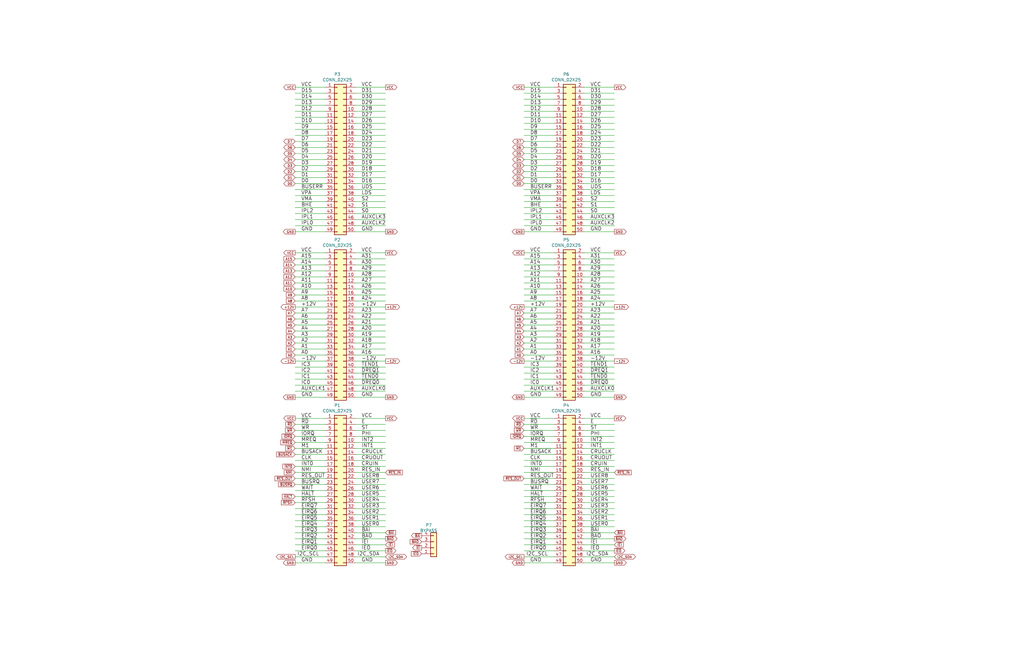
<source format=kicad_sch>
(kicad_sch (version 20211123) (generator eeschema)
  (paper "B")
  (wire (pts (xy 220.98 119.38) (xy 233.68 119.38)))
  (wire (pts (xy 149.86 222.25) (xy 162.56 222.25)))
  (wire (pts (xy 246.38 139.7) (xy 259.08 139.7)))
  (wire (pts (xy 246.38 165.1) (xy 259.08 165.1)))
  (wire (pts (xy 246.38 147.32) (xy 259.08 147.32)))
  (wire (pts (xy 246.38 144.78) (xy 259.08 144.78)))
  (wire (pts (xy 124.46 222.25) (xy 137.16 222.25)))
  (wire (pts (xy 149.86 74.93) (xy 162.56 74.93)))
  (wire (pts (xy 246.38 109.22) (xy 259.08 109.22)))
  (wire (pts (xy 220.98 64.77) (xy 233.68 64.77)))
  (wire (pts (xy 220.98 204.47) (xy 233.68 204.47)))
  (wire (pts (xy 124.46 52.07) (xy 137.16 52.07)))
  (wire (pts (xy 124.46 207.01) (xy 137.16 207.01)))
  (wire (pts (xy 220.98 132.08) (xy 233.68 132.08)))
  (wire (pts (xy 246.38 149.86) (xy 259.08 149.86)))
  (wire (pts (xy 220.98 209.55) (xy 233.68 209.55)))
  (wire (pts (xy 246.38 217.17) (xy 259.08 217.17)))
  (wire (pts (xy 149.86 204.47) (xy 162.56 204.47)))
  (wire (pts (xy 246.38 82.55) (xy 259.08 82.55)))
  (wire (pts (xy 124.46 134.62) (xy 137.16 134.62)))
  (wire (pts (xy 124.46 46.99) (xy 137.16 46.99)))
  (wire (pts (xy 149.86 95.25) (xy 162.56 95.25)))
  (wire (pts (xy 162.56 191.77) (xy 149.86 191.77)))
  (wire (pts (xy 246.38 90.17) (xy 259.08 90.17)))
  (wire (pts (xy 220.98 219.71) (xy 233.68 219.71)))
  (wire (pts (xy 259.08 179.07) (xy 246.38 179.07)))
  (wire (pts (xy 246.38 67.31) (xy 259.08 67.31)))
  (wire (pts (xy 149.86 199.39) (xy 162.56 199.39)))
  (wire (pts (xy 220.98 201.93) (xy 233.68 201.93)))
  (wire (pts (xy 220.98 189.23) (xy 233.68 189.23)))
  (wire (pts (xy 149.86 207.01) (xy 162.56 207.01)))
  (wire (pts (xy 149.86 54.61) (xy 162.56 54.61)))
  (wire (pts (xy 246.38 132.08) (xy 259.08 132.08)))
  (wire (pts (xy 220.98 149.86) (xy 233.68 149.86)))
  (wire (pts (xy 124.46 237.49) (xy 137.16 237.49)))
  (wire (pts (xy 220.98 199.39) (xy 233.68 199.39)))
  (wire (pts (xy 246.38 116.84) (xy 259.08 116.84)))
  (wire (pts (xy 220.98 36.83) (xy 233.68 36.83)))
  (wire (pts (xy 246.38 152.4) (xy 259.08 152.4)))
  (wire (pts (xy 149.86 97.79) (xy 162.56 97.79)))
  (wire (pts (xy 124.46 64.77) (xy 137.16 64.77)))
  (wire (pts (xy 233.68 90.17) (xy 220.98 90.17)))
  (wire (pts (xy 259.08 181.61) (xy 246.38 181.61)))
  (wire (pts (xy 220.98 121.92) (xy 233.68 121.92)))
  (wire (pts (xy 149.86 82.55) (xy 162.56 82.55)))
  (wire (pts (xy 220.98 109.22) (xy 233.68 109.22)))
  (wire (pts (xy 220.98 116.84) (xy 233.68 116.84)))
  (wire (pts (xy 220.98 217.17) (xy 233.68 217.17)))
  (wire (pts (xy 246.38 134.62) (xy 259.08 134.62)))
  (wire (pts (xy 149.86 139.7) (xy 162.56 139.7)))
  (wire (pts (xy 233.68 234.95) (xy 220.98 234.95)))
  (wire (pts (xy 124.46 149.86) (xy 137.16 149.86)))
  (wire (pts (xy 220.98 137.16) (xy 233.68 137.16)))
  (wire (pts (xy 259.08 191.77) (xy 246.38 191.77)))
  (wire (pts (xy 220.98 222.25) (xy 233.68 222.25)))
  (wire (pts (xy 220.98 97.79) (xy 233.68 97.79)))
  (wire (pts (xy 137.16 157.48) (xy 124.46 157.48)))
  (wire (pts (xy 233.68 160.02) (xy 220.98 160.02)))
  (wire (pts (xy 149.86 134.62) (xy 162.56 134.62)))
  (wire (pts (xy 246.38 129.54) (xy 259.08 129.54)))
  (wire (pts (xy 246.38 36.83) (xy 259.08 36.83)))
  (wire (pts (xy 233.68 154.94) (xy 220.98 154.94)))
  (wire (pts (xy 220.98 39.37) (xy 233.68 39.37)))
  (wire (pts (xy 137.16 82.55) (xy 124.46 82.55)))
  (wire (pts (xy 124.46 201.93) (xy 137.16 201.93)))
  (wire (pts (xy 220.98 232.41) (xy 233.68 232.41)))
  (wire (pts (xy 220.98 147.32) (xy 233.68 147.32)))
  (wire (pts (xy 149.86 77.47) (xy 162.56 77.47)))
  (wire (pts (xy 220.98 152.4) (xy 233.68 152.4)))
  (wire (pts (xy 259.08 184.15) (xy 246.38 184.15)))
  (wire (pts (xy 149.86 209.55) (xy 162.56 209.55)))
  (wire (pts (xy 124.46 72.39) (xy 137.16 72.39)))
  (wire (pts (xy 149.86 167.64) (xy 162.56 167.64)))
  (wire (pts (xy 259.08 224.79) (xy 246.38 224.79)))
  (wire (pts (xy 124.46 147.32) (xy 137.16 147.32)))
  (wire (pts (xy 124.46 114.3) (xy 137.16 114.3)))
  (wire (pts (xy 246.38 49.53) (xy 259.08 49.53)))
  (wire (pts (xy 124.46 224.79) (xy 137.16 224.79)))
  (wire (pts (xy 246.38 106.68) (xy 259.08 106.68)))
  (wire (pts (xy 162.56 181.61) (xy 149.86 181.61)))
  (wire (pts (xy 246.38 52.07) (xy 259.08 52.07)))
  (wire (pts (xy 246.38 124.46) (xy 259.08 124.46)))
  (wire (pts (xy 246.38 207.01) (xy 259.08 207.01)))
  (wire (pts (xy 220.98 106.68) (xy 233.68 106.68)))
  (wire (pts (xy 124.46 132.08) (xy 137.16 132.08)))
  (wire (pts (xy 149.86 142.24) (xy 162.56 142.24)))
  (wire (pts (xy 246.38 160.02) (xy 259.08 160.02)))
  (wire (pts (xy 220.98 194.31) (xy 233.68 194.31)))
  (wire (pts (xy 149.86 121.92) (xy 162.56 121.92)))
  (wire (pts (xy 124.46 49.53) (xy 137.16 49.53)))
  (wire (pts (xy 246.38 237.49) (xy 259.08 237.49)))
  (wire (pts (xy 124.46 196.85) (xy 137.16 196.85)))
  (wire (pts (xy 149.86 64.77) (xy 162.56 64.77)))
  (wire (pts (xy 246.38 39.37) (xy 259.08 39.37)))
  (wire (pts (xy 162.56 92.71) (xy 149.86 92.71)))
  (wire (pts (xy 149.86 111.76) (xy 162.56 111.76)))
  (wire (pts (xy 246.38 214.63) (xy 259.08 214.63)))
  (wire (pts (xy 259.08 186.69) (xy 246.38 186.69)))
  (wire (pts (xy 233.68 80.01) (xy 220.98 80.01)))
  (wire (pts (xy 246.38 196.85) (xy 259.08 196.85)))
  (wire (pts (xy 124.46 39.37) (xy 137.16 39.37)))
  (wire (pts (xy 124.46 109.22) (xy 137.16 109.22)))
  (wire (pts (xy 124.46 41.91) (xy 137.16 41.91)))
  (wire (pts (xy 220.98 142.24) (xy 233.68 142.24)))
  (wire (pts (xy 220.98 67.31) (xy 233.68 67.31)))
  (wire (pts (xy 149.86 41.91) (xy 162.56 41.91)))
  (wire (pts (xy 124.46 57.15) (xy 137.16 57.15)))
  (wire (pts (xy 149.86 127) (xy 162.56 127)))
  (wire (pts (xy 149.86 144.78) (xy 162.56 144.78)))
  (wire (pts (xy 124.46 74.93) (xy 137.16 74.93)))
  (wire (pts (xy 220.98 184.15) (xy 233.68 184.15)))
  (wire (pts (xy 220.98 144.78) (xy 233.68 144.78)))
  (wire (pts (xy 220.98 69.85) (xy 233.68 69.85)))
  (wire (pts (xy 220.98 114.3) (xy 233.68 114.3)))
  (wire (pts (xy 246.38 46.99) (xy 259.08 46.99)))
  (wire (pts (xy 124.46 189.23) (xy 137.16 189.23)))
  (wire (pts (xy 246.38 201.93) (xy 259.08 201.93)))
  (wire (pts (xy 124.46 62.23) (xy 137.16 62.23)))
  (wire (pts (xy 124.46 59.69) (xy 137.16 59.69)))
  (wire (pts (xy 124.46 219.71) (xy 137.16 219.71)))
  (wire (pts (xy 149.86 201.93) (xy 162.56 201.93)))
  (wire (pts (xy 149.86 57.15) (xy 162.56 57.15)))
  (wire (pts (xy 149.86 85.09) (xy 162.56 85.09)))
  (wire (pts (xy 149.86 59.69) (xy 162.56 59.69)))
  (wire (pts (xy 149.86 217.17) (xy 162.56 217.17)))
  (wire (pts (xy 149.86 80.01) (xy 162.56 80.01)))
  (wire (pts (xy 220.98 59.69) (xy 233.68 59.69)))
  (wire (pts (xy 137.16 87.63) (xy 124.46 87.63)))
  (wire (pts (xy 124.46 119.38) (xy 137.16 119.38)))
  (wire (pts (xy 149.86 67.31) (xy 162.56 67.31)))
  (wire (pts (xy 124.46 44.45) (xy 137.16 44.45)))
  (wire (pts (xy 149.86 194.31) (xy 162.56 194.31)))
  (wire (pts (xy 149.86 176.53) (xy 162.56 176.53)))
  (wire (pts (xy 149.86 154.94) (xy 162.56 154.94)))
  (wire (pts (xy 124.46 191.77) (xy 137.16 191.77)))
  (wire (pts (xy 149.86 219.71) (xy 162.56 219.71)))
  (wire (pts (xy 259.08 234.95) (xy 246.38 234.95)))
  (wire (pts (xy 246.38 157.48) (xy 259.08 157.48)))
  (wire (pts (xy 124.46 199.39) (xy 137.16 199.39)))
  (wire (pts (xy 246.38 121.92) (xy 259.08 121.92)))
  (wire (pts (xy 246.38 212.09) (xy 259.08 212.09)))
  (wire (pts (xy 220.98 49.53) (xy 233.68 49.53)))
  (wire (pts (xy 124.46 176.53) (xy 137.16 176.53)))
  (wire (pts (xy 246.38 204.47) (xy 259.08 204.47)))
  (wire (pts (xy 162.56 232.41) (xy 149.86 232.41)))
  (wire (pts (xy 220.98 176.53) (xy 233.68 176.53)))
  (wire (pts (xy 220.98 124.46) (xy 233.68 124.46)))
  (wire (pts (xy 246.38 64.77) (xy 259.08 64.77)))
  (wire (pts (xy 149.86 152.4) (xy 162.56 152.4)))
  (wire (pts (xy 246.38 199.39) (xy 259.08 199.39)))
  (wire (pts (xy 149.86 132.08) (xy 162.56 132.08)))
  (wire (pts (xy 220.98 77.47) (xy 233.68 77.47)))
  (wire (pts (xy 259.08 189.23) (xy 246.38 189.23)))
  (wire (pts (xy 149.86 90.17) (xy 162.56 90.17)))
  (wire (pts (xy 220.98 191.77) (xy 233.68 191.77)))
  (wire (pts (xy 246.38 95.25) (xy 259.08 95.25)))
  (wire (pts (xy 124.46 209.55) (xy 137.16 209.55)))
  (wire (pts (xy 124.46 116.84) (xy 137.16 116.84)))
  (wire (pts (xy 124.46 142.24) (xy 137.16 142.24)))
  (wire (pts (xy 162.56 189.23) (xy 149.86 189.23)))
  (wire (pts (xy 149.86 106.68) (xy 162.56 106.68)))
  (wire (pts (xy 149.86 119.38) (xy 162.56 119.38)))
  (wire (pts (xy 124.46 184.15) (xy 137.16 184.15)))
  (wire (pts (xy 162.56 179.07) (xy 149.86 179.07)))
  (wire (pts (xy 124.46 167.64) (xy 137.16 167.64)))
  (wire (pts (xy 124.46 217.17) (xy 137.16 217.17)))
  (wire (pts (xy 149.86 44.45) (xy 162.56 44.45)))
  (wire (pts (xy 220.98 129.54) (xy 233.68 129.54)))
  (wire (pts (xy 124.46 194.31) (xy 137.16 194.31)))
  (wire (pts (xy 233.68 157.48) (xy 220.98 157.48)))
  (wire (pts (xy 149.86 147.32) (xy 162.56 147.32)))
  (wire (pts (xy 124.46 232.41) (xy 137.16 232.41)))
  (wire (pts (xy 124.46 179.07) (xy 137.16 179.07)))
  (wire (pts (xy 162.56 186.69) (xy 149.86 186.69)))
  (wire (pts (xy 246.38 222.25) (xy 259.08 222.25)))
  (wire (pts (xy 220.98 227.33) (xy 233.68 227.33)))
  (wire (pts (xy 246.38 74.93) (xy 259.08 74.93)))
  (wire (pts (xy 149.86 162.56) (xy 162.56 162.56)))
  (wire (pts (xy 246.38 142.24) (xy 259.08 142.24)))
  (wire (pts (xy 259.08 229.87) (xy 246.38 229.87)))
  (wire (pts (xy 124.46 127) (xy 137.16 127)))
  (wire (pts (xy 246.38 97.79) (xy 259.08 97.79)))
  (wire (pts (xy 246.38 127) (xy 259.08 127)))
  (wire (pts (xy 220.98 134.62) (xy 233.68 134.62)))
  (wire (pts (xy 124.46 227.33) (xy 137.16 227.33)))
  (wire (pts (xy 149.86 237.49) (xy 162.56 237.49)))
  (wire (pts (xy 220.98 127) (xy 233.68 127)))
  (wire (pts (xy 233.68 82.55) (xy 220.98 82.55)))
  (wire (pts (xy 149.86 62.23) (xy 162.56 62.23)))
  (wire (pts (xy 124.46 124.46) (xy 137.16 124.46)))
  (wire (pts (xy 246.38 167.64) (xy 259.08 167.64)))
  (wire (pts (xy 149.86 46.99) (xy 162.56 46.99)))
  (wire (pts (xy 149.86 69.85) (xy 162.56 69.85)))
  (wire (pts (xy 149.86 149.86) (xy 162.56 149.86)))
  (wire (pts (xy 124.46 54.61) (xy 137.16 54.61)))
  (wire (pts (xy 149.86 160.02) (xy 162.56 160.02)))
  (wire (pts (xy 220.98 167.64) (xy 233.68 167.64)))
  (wire (pts (xy 246.38 209.55) (xy 259.08 209.55)))
  (wire (pts (xy 149.86 72.39) (xy 162.56 72.39)))
  (wire (pts (xy 220.98 57.15) (xy 233.68 57.15)))
  (wire (pts (xy 246.38 87.63) (xy 259.08 87.63)))
  (wire (pts (xy 220.98 196.85) (xy 233.68 196.85)))
  (wire (pts (xy 233.68 162.56) (xy 220.98 162.56)))
  (wire (pts (xy 220.98 224.79) (xy 233.68 224.79)))
  (wire (pts (xy 246.38 85.09) (xy 259.08 85.09)))
  (wire (pts (xy 149.86 87.63) (xy 162.56 87.63)))
  (wire (pts (xy 137.16 80.01) (xy 124.46 80.01)))
  (wire (pts (xy 137.16 154.94) (xy 124.46 154.94)))
  (wire (pts (xy 220.98 165.1) (xy 233.68 165.1)))
  (wire (pts (xy 220.98 62.23) (xy 233.68 62.23)))
  (wire (pts (xy 220.98 237.49) (xy 233.68 237.49)))
  (wire (pts (xy 220.98 179.07) (xy 233.68 179.07)))
  (wire (pts (xy 233.68 92.71) (xy 220.98 92.71)))
  (wire (pts (xy 149.86 137.16) (xy 162.56 137.16)))
  (wire (pts (xy 149.86 36.83) (xy 162.56 36.83)))
  (wire (pts (xy 137.16 85.09) (xy 124.46 85.09)))
  (wire (pts (xy 246.38 137.16) (xy 259.08 137.16)))
  (wire (pts (xy 246.38 59.69) (xy 259.08 59.69)))
  (wire (pts (xy 149.86 196.85) (xy 162.56 196.85)))
  (wire (pts (xy 220.98 139.7) (xy 233.68 139.7)))
  (wire (pts (xy 246.38 77.47) (xy 259.08 77.47)))
  (wire (pts (xy 149.86 109.22) (xy 162.56 109.22)))
  (wire (pts (xy 162.56 229.87) (xy 149.86 229.87)))
  (wire (pts (xy 220.98 186.69) (xy 233.68 186.69)))
  (wire (pts (xy 149.86 49.53) (xy 162.56 49.53)))
  (wire (pts (xy 124.46 121.92) (xy 137.16 121.92)))
  (wire (pts (xy 220.98 72.39) (xy 233.68 72.39)))
  (wire (pts (xy 162.56 234.95) (xy 149.86 234.95)))
  (wire (pts (xy 220.98 111.76) (xy 233.68 111.76)))
  (wire (pts (xy 149.86 129.54) (xy 162.56 129.54)))
  (wire (pts (xy 246.38 54.61) (xy 259.08 54.61)))
  (wire (pts (xy 149.86 214.63) (xy 162.56 214.63)))
  (wire (pts (xy 259.08 227.33) (xy 246.38 227.33)))
  (wire (pts (xy 162.56 227.33) (xy 149.86 227.33)))
  (wire (pts (xy 220.98 214.63) (xy 233.68 214.63)))
  (wire (pts (xy 124.46 165.1) (xy 137.16 165.1)))
  (wire (pts (xy 124.46 69.85) (xy 137.16 69.85)))
  (wire (pts (xy 124.46 139.7) (xy 137.16 139.7)))
  (wire (pts (xy 124.46 106.68) (xy 137.16 106.68)))
  (wire (pts (xy 246.38 44.45) (xy 259.08 44.45)))
  (wire (pts (xy 124.46 129.54) (xy 137.16 129.54)))
  (wire (pts (xy 124.46 186.69) (xy 137.16 186.69)))
  (wire (pts (xy 149.86 114.3) (xy 162.56 114.3)))
  (wire (pts (xy 124.46 212.09) (xy 137.16 212.09)))
  (wire (pts (xy 246.38 162.56) (xy 259.08 162.56)))
  (wire (pts (xy 124.46 214.63) (xy 137.16 214.63)))
  (wire (pts (xy 220.98 46.99) (xy 233.68 46.99)))
  (wire (pts (xy 124.46 152.4) (xy 137.16 152.4)))
  (wire (pts (xy 124.46 36.83) (xy 137.16 36.83)))
  (wire (pts (xy 233.68 87.63) (xy 220.98 87.63)))
  (wire (pts (xy 246.38 62.23) (xy 259.08 62.23)))
  (wire (pts (xy 220.98 181.61) (xy 233.68 181.61)))
  (wire (pts (xy 233.68 85.09) (xy 220.98 85.09)))
  (wire (pts (xy 124.46 144.78) (xy 137.16 144.78)))
  (wire (pts (xy 149.86 165.1) (xy 162.56 165.1)))
  (wire (pts (xy 124.46 97.79) (xy 137.16 97.79)))
  (wire (pts (xy 162.56 224.79) (xy 149.86 224.79)))
  (wire (pts (xy 220.98 229.87) (xy 233.68 229.87)))
  (wire (pts (xy 137.16 95.25) (xy 124.46 95.25)))
  (wire (pts (xy 149.86 39.37) (xy 162.56 39.37)))
  (wire (pts (xy 220.98 54.61) (xy 233.68 54.61)))
  (wire (pts (xy 124.46 229.87) (xy 137.16 229.87)))
  (wire (pts (xy 137.16 162.56) (xy 124.46 162.56)))
  (wire (pts (xy 259.08 92.71) (xy 246.38 92.71)))
  (wire (pts (xy 220.98 52.07) (xy 233.68 52.07)))
  (wire (pts (xy 220.98 44.45) (xy 233.68 44.45)))
  (wire (pts (xy 220.98 41.91) (xy 233.68 41.91)))
  (wire (pts (xy 162.56 184.15) (xy 149.86 184.15)))
  (wire (pts (xy 246.38 72.39) (xy 259.08 72.39)))
  (wire (pts (xy 246.38 219.71) (xy 259.08 219.71)))
  (wire (pts (xy 246.38 69.85) (xy 259.08 69.85)))
  (wire (pts (xy 246.38 80.01) (xy 259.08 80.01)))
  (wire (pts (xy 246.38 176.53) (xy 259.08 176.53)))
  (wire (pts (xy 124.46 111.76) (xy 137.16 111.76)))
  (wire (pts (xy 149.86 124.46) (xy 162.56 124.46)))
  (wire (pts (xy 246.38 154.94) (xy 259.08 154.94)))
  (wire (pts (xy 220.98 212.09) (xy 233.68 212.09)))
  (wire (pts (xy 124.46 77.47) (xy 137.16 77.47)))
  (wire (pts (xy 246.38 111.76) (xy 259.08 111.76)))
  (wire (pts (xy 124.46 137.16) (xy 137.16 137.16)))
  (wire (pts (xy 124.46 67.31) (xy 137.16 67.31)))
  (wire (pts (xy 233.68 95.25) (xy 220.98 95.25)))
  (wire (pts (xy 137.16 234.95) (xy 124.46 234.95)))
  (wire (pts (xy 149.86 157.48) (xy 162.56 157.48)))
  (wire (pts (xy 246.38 194.31) (xy 259.08 194.31)))
  (wire (pts (xy 137.16 90.17) (xy 124.46 90.17)))
  (wire (pts (xy 149.86 212.09) (xy 162.56 212.09)))
  (wire (pts (xy 124.46 204.47) (xy 137.16 204.47)))
  (wire (pts (xy 246.38 119.38) (xy 259.08 119.38)))
  (wire (pts (xy 137.16 92.71) (xy 124.46 92.71)))
  (wire (pts (xy 246.38 114.3) (xy 259.08 114.3)))
  (wire (pts (xy 149.86 116.84) (xy 162.56 116.84)))
  (wire (pts (xy 137.16 160.02) (xy 124.46 160.02)))
  (wire (pts (xy 246.38 57.15) (xy 259.08 57.15)))
  (wire (pts (xy 246.38 41.91) (xy 259.08 41.91)))
  (wire (pts (xy 259.08 232.41) (xy 246.38 232.41)))
  (wire (pts (xy 149.86 52.07) (xy 162.56 52.07)))
  (wire (pts (xy 220.98 74.93) (xy 233.68 74.93)))
  (wire (pts (xy 124.46 181.61) (xy 137.16 181.61)))
  (wire (pts (xy 220.98 207.01) (xy 233.68 207.01)))
  (label "A7" (at 127 132.08 0) (effects (font (size 1.524 1.524))))
  (label "VCC" (at 127 176.53 0) (effects (font (size 1.524 1.524))))
  (label "VCC" (at 248.92 106.68 0) (effects (font (size 1.524 1.524))))
  (label "~{BHE}" (at 127 87.63 0) (effects (font (size 1.524 1.524))))
  (label "~{MREQ}" (at 223.52 186.69 0) (effects (font (size 1.524 1.524))))
  (label "D4" (at 127 67.31 0) (effects (font (size 1.524 1.524))))
  (label "A5" (at 127 137.16 0) (effects (font (size 1.524 1.524))))
  (label "A27" (at 248.92 119.38 0) (effects (font (size 1.524 1.524))))
  (label "~{RES_OUT}" (at 127 201.93 0) (effects (font (size 1.524 1.524))))
  (label "IPL1" (at 127 92.71 0) (effects (font (size 1.524 1.524))))
  (label "UDS" (at 152.4 80.01 0) (effects (font (size 1.524 1.524))))
  (label "~{INT2}" (at 152.4 186.69 0) (effects (font (size 1.524 1.524))))
  (label "D20" (at 248.92 67.31 0) (effects (font (size 1.524 1.524))))
  (label "VCC" (at 152.4 176.53 0) (effects (font (size 1.524 1.524))))
  (label "IPL0" (at 223.52 95.25 0) (effects (font (size 1.524 1.524))))
  (label "IC2" (at 127 157.48 0) (effects (font (size 1.524 1.524))))
  (label "A25" (at 248.92 124.46 0) (effects (font (size 1.524 1.524))))
  (label "USER0" (at 152.4 222.25 0) (effects (font (size 1.524 1.524))))
  (label "VCC" (at 152.4 36.83 0) (effects (font (size 1.524 1.524))))
  (label "A9" (at 127 124.46 0) (effects (font (size 1.524 1.524))))
  (label "D9" (at 127 54.61 0) (effects (font (size 1.524 1.524))))
  (label "GND" (at 152.4 97.79 0) (effects (font (size 1.524 1.524))))
  (label "USER1" (at 248.92 219.71 0) (effects (font (size 1.524 1.524))))
  (label "~{INT2}" (at 248.92 186.69 0) (effects (font (size 1.524 1.524))))
  (label "D23" (at 152.4 59.69 0) (effects (font (size 1.524 1.524))))
  (label "A1" (at 223.52 147.32 0) (effects (font (size 1.524 1.524))))
  (label "A3" (at 223.52 142.24 0) (effects (font (size 1.524 1.524))))
  (label "+12V" (at 223.52 129.54 0) (effects (font (size 1.524 1.524))))
  (label "D15" (at 127 39.37 0) (effects (font (size 1.524 1.524))))
  (label "A0" (at 223.52 149.86 0) (effects (font (size 1.524 1.524))))
  (label "LDS" (at 248.92 82.55 0) (effects (font (size 1.524 1.524))))
  (label "~{IORQ}" (at 223.52 184.15 0) (effects (font (size 1.524 1.524))))
  (label "~{IEI}" (at 152.4 229.87 0) (effects (font (size 1.524 1.524))))
  (label "A6" (at 127 134.62 0) (effects (font (size 1.524 1.524))))
  (label "USER0" (at 248.92 222.25 0) (effects (font (size 1.524 1.524))))
  (label "AUXCLK0" (at 248.92 165.1 0) (effects (font (size 1.524 1.524))))
  (label "D0" (at 127 77.47 0) (effects (font (size 1.524 1.524))))
  (label "GND" (at 127 237.49 0) (effects (font (size 1.524 1.524))))
  (label "IPL0" (at 127 95.25 0) (effects (font (size 1.524 1.524))))
  (label "D16" (at 152.4 77.47 0) (effects (font (size 1.524 1.524))))
  (label "IC1" (at 223.52 160.02 0) (effects (font (size 1.524 1.524))))
  (label "AUXCLK3" (at 248.92 92.71 0) (effects (font (size 1.524 1.524))))
  (label "~{VPA}" (at 127 82.55 0) (effects (font (size 1.524 1.524))))
  (label "I2C_SCL" (at 134.62 234.95 180) (effects (font (size 1.524 1.524))))
  (label "IPL2" (at 223.52 90.17 0) (effects (font (size 1.524 1.524))))
  (label "~{NMI}" (at 127 199.39 0) (effects (font (size 1.524 1.524))))
  (label "D9" (at 223.52 54.61 0) (effects (font (size 1.524 1.524))))
  (label "D6" (at 223.52 62.23 0) (effects (font (size 1.524 1.524))))
  (label "S1" (at 248.92 87.63 0) (effects (font (size 1.524 1.524))))
  (label "~{MREQ}" (at 127 186.69 0) (effects (font (size 1.524 1.524))))
  (label "AUXCLK1" (at 223.52 165.1 0) (effects (font (size 1.524 1.524))))
  (label "PHI" (at 248.92 184.15 0) (effects (font (size 1.524 1.524))))
  (label "~{IEO}" (at 248.92 232.41 0) (effects (font (size 1.524 1.524))))
  (label "USER6" (at 152.4 207.01 0) (effects (font (size 1.524 1.524))))
  (label "A3" (at 127 142.24 0) (effects (font (size 1.524 1.524))))
  (label "A20" (at 248.92 139.7 0) (effects (font (size 1.524 1.524))))
  (label "A4" (at 127 139.7 0) (effects (font (size 1.524 1.524))))
  (label "~{M1}" (at 223.52 189.23 0) (effects (font (size 1.524 1.524))))
  (label "~{RES_IN}" (at 248.92 199.39 0) (effects (font (size 1.524 1.524))))
  (label "A23" (at 152.4 132.08 0) (effects (font (size 1.524 1.524))))
  (label "A30" (at 248.92 111.76 0) (effects (font (size 1.524 1.524))))
  (label "USER4" (at 248.92 212.09 0) (effects (font (size 1.524 1.524))))
  (label "~{WR}" (at 223.52 181.61 0) (effects (font (size 1.524 1.524))))
  (label "D25" (at 152.4 54.61 0) (effects (font (size 1.524 1.524))))
  (label "D7" (at 127 59.69 0) (effects (font (size 1.524 1.524))))
  (label "VCC" (at 152.4 106.68 0) (effects (font (size 1.524 1.524))))
  (label "A5" (at 223.52 137.16 0) (effects (font (size 1.524 1.524))))
  (label "+12V" (at 152.4 129.54 0) (effects (font (size 1.524 1.524))))
  (label "~{EIRQ7}" (at 223.52 214.63 0) (effects (font (size 1.524 1.524))))
  (label "IPL1" (at 223.52 92.71 0) (effects (font (size 1.524 1.524))))
  (label "VCC" (at 223.52 36.83 0) (effects (font (size 1.524 1.524))))
  (label "A17" (at 248.92 147.32 0) (effects (font (size 1.524 1.524))))
  (label "USER7" (at 248.92 204.47 0) (effects (font (size 1.524 1.524))))
  (label "~{BAO}" (at 248.92 227.33 0) (effects (font (size 1.524 1.524))))
  (label "~{BAO}" (at 152.4 227.33 0) (effects (font (size 1.524 1.524))))
  (label "UDS" (at 248.92 80.01 0) (effects (font (size 1.524 1.524))))
  (label "D23" (at 248.92 59.69 0) (effects (font (size 1.524 1.524))))
  (label "A14" (at 127 111.76 0) (effects (font (size 1.524 1.524))))
  (label "GND" (at 152.4 167.64 0) (effects (font (size 1.524 1.524))))
  (label "D14" (at 223.52 41.91 0) (effects (font (size 1.524 1.524))))
  (label "A18" (at 248.92 144.78 0) (effects (font (size 1.524 1.524))))
  (label "USER2" (at 248.92 217.17 0) (effects (font (size 1.524 1.524))))
  (label "~{TEND1}" (at 248.92 154.94 0) (effects (font (size 1.524 1.524))))
  (label "~{VMA}" (at 223.52 85.09 0) (effects (font (size 1.524 1.524))))
  (label "D26" (at 152.4 52.07 0) (effects (font (size 1.524 1.524))))
  (label "~{BUSRQ}" (at 223.52 204.47 0) (effects (font (size 1.524 1.524))))
  (label "D4" (at 223.52 67.31 0) (effects (font (size 1.524 1.524))))
  (label "IC3" (at 223.52 154.94 0) (effects (font (size 1.524 1.524))))
  (label "D6" (at 127 62.23 0) (effects (font (size 1.524 1.524))))
  (label "GND" (at 223.52 237.49 0) (effects (font (size 1.524 1.524))))
  (label "~{INT0}" (at 127 196.85 0) (effects (font (size 1.524 1.524))))
  (label "VCC" (at 223.52 176.53 0) (effects (font (size 1.524 1.524))))
  (label "D10" (at 223.52 52.07 0) (effects (font (size 1.524 1.524))))
  (label "S0" (at 152.4 90.17 0) (effects (font (size 1.524 1.524))))
  (label "A24" (at 152.4 127 0) (effects (font (size 1.524 1.524))))
  (label "~{RFSH}" (at 223.52 212.09 0) (effects (font (size 1.524 1.524))))
  (label "A28" (at 152.4 116.84 0) (effects (font (size 1.524 1.524))))
  (label "A20" (at 152.4 139.7 0) (effects (font (size 1.524 1.524))))
  (label "~{RD}" (at 127 179.07 0) (effects (font (size 1.524 1.524))))
  (label "A21" (at 152.4 137.16 0) (effects (font (size 1.524 1.524))))
  (label "IC2" (at 223.52 157.48 0) (effects (font (size 1.524 1.524))))
  (label "D21" (at 248.92 64.77 0) (effects (font (size 1.524 1.524))))
  (label "-12V" (at 248.92 152.4 0) (effects (font (size 1.524 1.524))))
  (label "A29" (at 152.4 114.3 0) (effects (font (size 1.524 1.524))))
  (label "A9" (at 223.52 124.46 0) (effects (font (size 1.524 1.524))))
  (label "AUXCLK3" (at 152.4 92.71 0) (effects (font (size 1.524 1.524))))
  (label "A14" (at 223.52 111.76 0) (effects (font (size 1.524 1.524))))
  (label "A12" (at 223.52 116.84 0) (effects (font (size 1.524 1.524))))
  (label "~{DREQ1}" (at 152.4 157.48 0) (effects (font (size 1.524 1.524))))
  (label "D13" (at 127 44.45 0) (effects (font (size 1.524 1.524))))
  (label "D1" (at 223.52 74.93 0) (effects (font (size 1.524 1.524))))
  (label "~{EIRQ0}" (at 127 232.41 0) (effects (font (size 1.524 1.524))))
  (label "D18" (at 248.92 72.39 0) (effects (font (size 1.524 1.524))))
  (label "A1" (at 127 147.32 0) (effects (font (size 1.524 1.524))))
  (label "VCC" (at 127 106.68 0) (effects (font (size 1.524 1.524))))
  (label "GND" (at 223.52 167.64 0) (effects (font (size 1.524 1.524))))
  (label "A8" (at 127 127 0) (effects (font (size 1.524 1.524))))
  (label "A25" (at 152.4 124.46 0) (effects (font (size 1.524 1.524))))
  (label "A13" (at 127 114.3 0) (effects (font (size 1.524 1.524))))
  (label "D0" (at 223.52 77.47 0) (effects (font (size 1.524 1.524))))
  (label "A24" (at 248.92 127 0) (effects (font (size 1.524 1.524))))
  (label "+12V" (at 127 129.54 0) (effects (font (size 1.524 1.524))))
  (label "D18" (at 152.4 72.39 0) (effects (font (size 1.524 1.524))))
  (label "~{HALT}" (at 223.52 209.55 0) (effects (font (size 1.524 1.524))))
  (label "~{INT1}" (at 248.92 189.23 0) (effects (font (size 1.524 1.524))))
  (label "IC0" (at 223.52 162.56 0) (effects (font (size 1.524 1.524))))
  (label "D30" (at 248.92 41.91 0) (effects (font (size 1.524 1.524))))
  (label "D24" (at 152.4 57.15 0) (effects (font (size 1.524 1.524))))
  (label "~{EIRQ0}" (at 223.52 232.41 0) (effects (font (size 1.524 1.524))))
  (label "~{M1}" (at 127 189.23 0) (effects (font (size 1.524 1.524))))
  (label "~{RFSH}" (at 127 212.09 0) (effects (font (size 1.524 1.524))))
  (label "D13" (at 223.52 44.45 0) (effects (font (size 1.524 1.524))))
  (label "D17" (at 248.92 74.93 0) (effects (font (size 1.524 1.524))))
  (label "~{BAI}" (at 248.92 224.79 0) (effects (font (size 1.524 1.524))))
  (label "USER4" (at 152.4 212.09 0) (effects (font (size 1.524 1.524))))
  (label "~{BHE}" (at 223.52 87.63 0) (effects (font (size 1.524 1.524))))
  (label "PHI" (at 152.4 184.15 0) (effects (font (size 1.524 1.524))))
  (label "~{BUSERR}" (at 127 80.01 0) (effects (font (size 1.524 1.524))))
  (label "A19" (at 248.92 142.24 0) (effects (font (size 1.524 1.524))))
  (label "D22" (at 248.92 62.23 0) (effects (font (size 1.524 1.524))))
  (label "AUXCLK0" (at 152.4 165.1 0) (effects (font (size 1.524 1.524))))
  (label "~{IEO}" (at 152.4 232.41 0) (effects (font (size 1.524 1.524))))
  (label "~{BUSERR}" (at 223.52 80.01 0) (effects (font (size 1.524 1.524))))
  (label "~{HALT}" (at 127 209.55 0) (effects (font (size 1.524 1.524))))
  (label "USER5" (at 248.92 209.55 0) (effects (font (size 1.524 1.524))))
  (label "I2C_SDA" (at 160.02 234.95 180) (effects (font (size 1.524 1.524))))
  (label "USER8" (at 152.4 201.93 0) (effects (font (size 1.524 1.524))))
  (label "~{EIRQ4}" (at 127 222.25 0) (effects (font (size 1.524 1.524))))
  (label "A16" (at 152.4 149.86 0) (effects (font (size 1.524 1.524))))
  (label "A10" (at 223.52 121.92 0) (effects (font (size 1.524 1.524))))
  (label "~{EIRQ3}" (at 223.52 224.79 0) (effects (font (size 1.524 1.524))))
  (label "GND" (at 248.92 237.49 0) (effects (font (size 1.524 1.524))))
  (label "A2" (at 127 144.78 0) (effects (font (size 1.524 1.524))))
  (label "A31" (at 152.4 109.22 0) (effects (font (size 1.524 1.524))))
  (label "~{TEND1}" (at 152.4 154.94 0) (effects (font (size 1.524 1.524))))
  (label "AUXCLK1" (at 127 165.1 0) (effects (font (size 1.524 1.524))))
  (label "CRUOUT" (at 248.92 194.31 0) (effects (font (size 1.524 1.524))))
  (label "D5" (at 223.52 64.77 0) (effects (font (size 1.524 1.524))))
  (label "A13" (at 223.52 114.3 0) (effects (font (size 1.524 1.524))))
  (label "A2" (at 223.52 144.78 0) (effects (font (size 1.524 1.524))))
  (label "A22" (at 248.92 134.62 0) (effects (font (size 1.524 1.524))))
  (label "I2C_SCL" (at 231.14 234.95 180) (effects (font (size 1.524 1.524))))
  (label "GND" (at 248.92 167.64 0) (effects (font (size 1.524 1.524))))
  (label "+12V" (at 248.92 129.54 0) (effects (font (size 1.524 1.524))))
  (label "D3" (at 127 69.85 0) (effects (font (size 1.524 1.524))))
  (label "D2" (at 223.52 72.39 0) (effects (font (size 1.524 1.524))))
  (label "D19" (at 152.4 69.85 0) (effects (font (size 1.524 1.524))))
  (label "~{WR}" (at 127 181.61 0) (effects (font (size 1.524 1.524))))
  (label "D27" (at 248.92 49.53 0) (effects (font (size 1.524 1.524))))
  (label "A10" (at 127 121.92 0) (effects (font (size 1.524 1.524))))
  (label "~{DREQ0}" (at 248.92 162.56 0) (effects (font (size 1.524 1.524))))
  (label "E" (at 152.4 179.07 0) (effects (font (size 1.524 1.524))))
  (label "-12V" (at 223.52 152.4 0) (effects (font (size 1.524 1.524))))
  (label "ST" (at 152.4 181.61 0) (effects (font (size 1.524 1.524))))
  (label "A18" (at 152.4 144.78 0) (effects (font (size 1.524 1.524))))
  (label "A15" (at 127 109.22 0) (effects (font (size 1.524 1.524))))
  (label "A0" (at 127 149.86 0) (effects (font (size 1.524 1.524))))
  (label "~{RD}" (at 223.52 179.07 0) (effects (font (size 1.524 1.524))))
  (label "LDS" (at 152.4 82.55 0) (effects (font (size 1.524 1.524))))
  (label "D12" (at 127 46.99 0) (effects (font (size 1.524 1.524))))
  (label "~{EIRQ4}" (at 223.52 222.25 0) (effects (font (size 1.524 1.524))))
  (label "IC1" (at 127 160.02 0) (effects (font (size 1.524 1.524))))
  (label "~{BUSACK}" (at 127 191.77 0) (effects (font (size 1.524 1.524))))
  (label "CLK" (at 223.52 194.31 0) (effects (font (size 1.524 1.524))))
  (label "A19" (at 152.4 142.24 0) (effects (font (size 1.524 1.524))))
  (label "S2" (at 248.92 85.09 0) (effects (font (size 1.524 1.524))))
  (label "~{BUSACK}" (at 223.52 191.77 0) (effects (font (size 1.524 1.524))))
  (label "AUXCLK2" (at 152.4 95.25 0) (effects (font (size 1.524 1.524))))
  (label "E" (at 248.92 179.07 0) (effects (font (size 1.524 1.524))))
  (label "GND" (at 152.4 237.49 0) (effects (font (size 1.524 1.524))))
  (label "D1" (at 127 74.93 0) (effects (font (size 1.524 1.524))))
  (label "~{EIRQ1}" (at 223.52 229.87 0) (effects (font (size 1.524 1.524))))
  (label "D26" (at 248.92 52.07 0) (effects (font (size 1.524 1.524))))
  (label "S1" (at 152.4 87.63 0) (effects (font (size 1.524 1.524))))
  (label "~{WAIT}" (at 127 207.01 0) (effects (font (size 1.524 1.524))))
  (label "A16" (at 248.92 149.86 0) (effects (font (size 1.524 1.524))))
  (label "~{EIRQ2}" (at 127 227.33 0) (effects (font (size 1.524 1.524))))
  (label "CRUIN" (at 152.4 196.85 0) (effects (font (size 1.524 1.524))))
  (label "-12V" (at 127 152.4 0) (effects (font (size 1.524 1.524))))
  (label "D22" (at 152.4 62.23 0) (effects (font (size 1.524 1.524))))
  (label "~{INT0}" (at 223.52 196.85 0) (effects (font (size 1.524 1.524))))
  (label "~{IORQ}" (at 127 184.15 0) (effects (font (size 1.524 1.524))))
  (label "D25" (at 248.92 54.61 0) (effects (font (size 1.524 1.524))))
  (label "~{EIRQ5}" (at 127 219.71 0) (effects (font (size 1.524 1.524))))
  (label "CRUCLK" (at 152.4 191.77 0) (effects (font (size 1.524 1.524))))
  (label "VCC" (at 248.92 36.83 0) (effects (font (size 1.524 1.524))))
  (label "D8" (at 127 57.15 0) (effects (font (size 1.524 1.524))))
  (label "VCC" (at 223.52 106.68 0) (effects (font (size 1.524 1.524))))
  (label "A8" (at 223.52 127 0) (effects (font (size 1.524 1.524))))
  (label "D14" (at 127 41.91 0) (effects (font (size 1.524 1.524))))
  (label "I2C_SDA" (at 256.54 234.95 180) (effects (font (size 1.524 1.524))))
  (label "D11" (at 127 49.53 0) (effects (font (size 1.524 1.524))))
  (label "~{RES_OUT}" (at 223.52 201.93 0) (effects (font (size 1.524 1.524))))
  (label "A17" (at 152.4 147.32 0) (effects (font (size 1.524 1.524))))
  (label "D28" (at 248.92 46.99 0) (effects (font (size 1.524 1.524))))
  (label "A11" (at 223.52 119.38 0) (effects (font (size 1.524 1.524))))
  (label "A31" (at 248.92 109.22 0) (effects (font (size 1.524 1.524))))
  (label "A26" (at 152.4 121.92 0) (effects (font (size 1.524 1.524))))
  (label "A12" (at 127 116.84 0) (effects (font (size 1.524 1.524))))
  (label "D15" (at 223.52 39.37 0) (effects (font (size 1.524 1.524))))
  (label "USER8" (at 248.92 201.93 0) (effects (font (size 1.524 1.524))))
  (label "CRUCLK" (at 248.92 191.77 0) (effects (font (size 1.524 1.524))))
  (label "~{INT1}" (at 152.4 189.23 0) (effects (font (size 1.524 1.524))))
  (label "~{EIRQ6}" (at 127 217.17 0) (effects (font (size 1.524 1.524))))
  (label "CLK" (at 127 194.31 0) (effects (font (size 1.524 1.524))))
  (label "S2" (at 152.4 85.09 0) (effects (font (size 1.524 1.524))))
  (label "D30" (at 152.4 41.91 0) (effects (font (size 1.524 1.524))))
  (label "A30" (at 152.4 111.76 0) (effects (font (size 1.524 1.524))))
  (label "~{RES_IN}" (at 152.4 199.39 0) (effects (font (size 1.524 1.524))))
  (label "D31" (at 152.4 39.37 0) (effects (font (size 1.524 1.524))))
  (label "S0" (at 248.92 90.17 0) (effects (font (size 1.524 1.524))))
  (label "D29" (at 248.92 44.45 0) (effects (font (size 1.524 1.524))))
  (label "VCC" (at 248.92 176.53 0) (effects (font (size 1.524 1.524))))
  (label "A15" (at 223.52 109.22 0) (effects (font (size 1.524 1.524))))
  (label "D28" (at 152.4 46.99 0) (effects (font (size 1.524 1.524))))
  (label "D2" (at 127 72.39 0) (effects (font (size 1.524 1.524))))
  (label "~{TEND0}" (at 248.92 160.02 0) (effects (font (size 1.524 1.524))))
  (label "D29" (at 152.4 44.45 0) (effects (font (size 1.524 1.524))))
  (label "GND" (at 223.52 97.79 0) (effects (font (size 1.524 1.524))))
  (label "AUXCLK2" (at 248.92 95.25 0) (effects (font (size 1.524 1.524))))
  (label "USER5" (at 152.4 209.55 0) (effects (font (size 1.524 1.524))))
  (label "A4" (at 223.52 139.7 0) (effects (font (size 1.524 1.524))))
  (label "D19" (at 248.92 69.85 0) (effects (font (size 1.524 1.524))))
  (label "A29" (at 248.92 114.3 0) (effects (font (size 1.524 1.524))))
  (label "~{BUSRQ}" (at 127 204.47 0) (effects (font (size 1.524 1.524))))
  (label "CRUIN" (at 248.92 196.85 0) (effects (font (size 1.524 1.524))))
  (label "GND" (at 127 167.64 0) (effects (font (size 1.524 1.524))))
  (label "~{EIRQ1}" (at 127 229.87 0) (effects (font (size 1.524 1.524))))
  (label "~{EIRQ5}" (at 223.52 219.71 0) (effects (font (size 1.524 1.524))))
  (label "~{NMI}" (at 223.52 199.39 0) (effects (font (size 1.524 1.524))))
  (label "A27" (at 152.4 119.38 0) (effects (font (size 1.524 1.524))))
  (label "GND" (at 248.92 97.79 0) (effects (font (size 1.524 1.524))))
  (label "~{DREQ0}" (at 152.4 162.56 0) (effects (font (size 1.524 1.524))))
  (label "-12V" (at 152.4 152.4 0) (effects (font (size 1.524 1.524))))
  (label "IC3" (at 127 154.94 0) (effects (font (size 1.524 1.524))))
  (label "D8" (at 223.52 57.15 0) (effects (font (size 1.524 1.524))))
  (label "D27" (at 152.4 49.53 0) (effects (font (size 1.524 1.524))))
  (label "USER7" (at 152.4 204.47 0) (effects (font (size 1.524 1.524))))
  (label "~{IEI}" (at 248.92 229.87 0) (effects (font (size 1.524 1.524))))
  (label "D3" (at 223.52 69.85 0) (effects (font (size 1.524 1.524))))
  (label "USER3" (at 248.92 214.63 0) (effects (font (size 1.524 1.524))))
  (label "D24" (at 248.92 57.15 0) (effects (font (size 1.524 1.524))))
  (label "D16" (at 248.92 77.47 0) (effects (font (size 1.524 1.524))))
  (label "D10" (at 127 52.07 0) (effects (font (size 1.524 1.524))))
  (label "D21" (at 152.4 64.77 0) (effects (font (size 1.524 1.524))))
  (label "A6" (at 223.52 134.62 0) (effects (font (size 1.524 1.524))))
  (label "~{VMA}" (at 127 85.09 0) (effects (font (size 1.524 1.524))))
  (label "D31" (at 248.92 39.37 0) (effects (font (size 1.524 1.524))))
  (label "D17" (at 152.4 74.93 0) (effects (font (size 1.524 1.524))))
  (label "A28" (at 248.92 116.84 0) (effects (font (size 1.524 1.524))))
  (label "A22" (at 152.4 134.62 0) (effects (font (size 1.524 1.524))))
  (label "~{EIRQ2}" (at 223.52 227.33 0) (effects (font (size 1.524 1.524))))
  (label "D12" (at 223.52 46.99 0) (effects (font (size 1.524 1.524))))
  (label "A21" (at 248.92 137.16 0) (effects (font (size 1.524 1.524))))
  (label "~{BAI}" (at 152.4 224.79 0) (effects (font (size 1.524 1.524))))
  (label "USER2" (at 152.4 217.17 0) (effects (font (size 1.524 1.524))))
  (label "VCC" (at 127 36.83 0) (effects (font (size 1.524 1.524))))
  (label "~{VPA}" (at 223.52 82.55 0) (effects (font (size 1.524 1.524))))
  (label "A7" (at 223.52 132.08 0) (effects (font (size 1.524 1.524))))
  (label "CRUOUT" (at 152.4 194.31 0) (effects (font (size 1.524 1.524))))
  (label "A23" (at 248.92 132.08 0) (effects (font (size 1.524 1.524))))
  (label "GND" (at 127 97.79 0) (effects (font (size 1.524 1.524))))
  (label "D20" (at 152.4 67.31 0) (effects (font (size 1.524 1.524))))
  (label "~{TEND0}" (at 152.4 160.02 0) (effects (font (size 1.524 1.524))))
  (label "~{EIRQ3}" (at 127 224.79 0) (effects (font (size 1.524 1.524))))
  (label "~{EIRQ7}" (at 127 214.63 0) (effects (font (size 1.524 1.524))))
  (label "USER3" (at 152.4 214.63 0) (effects (font (size 1.524 1.524))))
  (label "D7" (at 223.52 59.69 0) (effects (font (size 1.524 1.524))))
  (label "~{DREQ1}" (at 248.92 157.48 0) (effects (font (size 1.524 1.524))))
  (label "IPL2" (at 127 90.17 0) (effects (font (size 1.524 1.524))))
  (label "D11" (at 223.52 49.53 0) (effects (font (size 1.524 1.524))))
  (label "~{EIRQ6}" (at 223.52 217.17 0) (effects (font (size 1.524 1.524))))
  (label "~{WAIT}" (at 223.52 207.01 0) (effects (font (size 1.524 1.524))))
  (label "A26" (at 248.92 121.92 0) (effects (font (size 1.524 1.524))))
  (label "A11" (at 127 119.38 0) (effects (font (size 1.524 1.524))))
  (label "D5" (at 127 64.77 0) (effects (font (size 1.524 1.524))))
  (label "USER6" (at 248.92 207.01 0) (effects (font (size 1.524 1.524))))
  (label "IC0" (at 127 162.56 0) (effects (font (size 1.524 1.524))))
  (label "ST" (at 248.92 181.61 0) (effects (font (size 1.524 1.524))))
  (label "USER1" (at 152.4 219.71 0) (effects (font (size 1.524 1.524))))
  (global_label "A5" (shape input) (at 220.98 137.16 180) (effects (font (size 1.016 1.016))) (property "Intersheet References" "${INTERSHEET_REFS}" (effects hide)))
  (global_label "A0" (shape input) (at 220.98 149.86 180) (effects (font (size 1.016 1.016))) (property "Intersheet References" "${INTERSHEET_REFS}" (effects hide)))
  (global_label "~{M1}" (shape input) (at 220.98 189.23 180) (effects (font (size 1.016 1.016))) (property "Intersheet References" "${INTERSHEET_REFS}" (effects hide)))
  (global_label "GND" (shape output) (at 124.46 97.79 180) (effects (font (size 1.016 1.016))) (property "Intersheet References" "${INTERSHEET_REFS}" (effects hide)))
  (global_label "VCC" (shape output) (at 124.46 176.53 180) (effects (font (size 1.016 1.016))) (property "Intersheet References" "${INTERSHEET_REFS}" (effects hide)))
  (global_label "A13" (shape input) (at 124.46 114.3 180) (effects (font (size 1.016 1.016))) (property "Intersheet References" "${INTERSHEET_REFS}" (effects hide)))
  (global_label "GND" (shape output) (at 162.56 97.79 0) (effects (font (size 1.016 1.016))) (property "Intersheet References" "${INTERSHEET_REFS}" (effects hide)))
  (global_label "~{BAI}" (shape input) (at 162.56 224.79 0) (effects (font (size 1.016 1.016))) (property "Intersheet References" "${INTERSHEET_REFS}" (effects hide)))
  (global_label "VCC" (shape output) (at 124.46 36.83 180) (effects (font (size 1.016 1.016))) (property "Intersheet References" "${INTERSHEET_REFS}" (effects hide)))
  (global_label "D2" (shape bidirectional) (at 220.98 72.39 180) (effects (font (size 1.016 1.016))) (property "Intersheet References" "${INTERSHEET_REFS}" (effects hide)))
  (global_label "A0" (shape input) (at 124.46 149.86 180) (effects (font (size 1.016 1.016))) (property "Intersheet References" "${INTERSHEET_REFS}" (effects hide)))
  (global_label "VCC" (shape output) (at 259.08 36.83 0) (effects (font (size 1.016 1.016))) (property "Intersheet References" "${INTERSHEET_REFS}" (effects hide)))
  (global_label "~{NMI}" (shape input) (at 124.46 199.39 180) (effects (font (size 1.016 1.016))) (property "Intersheet References" "${INTERSHEET_REFS}" (effects hide)))
  (global_label "+12V" (shape output) (at 124.46 129.54 180) (effects (font (size 1.016 1.016))) (property "Intersheet References" "${INTERSHEET_REFS}" (effects hide)))
  (global_label "D7" (shape bidirectional) (at 124.46 59.69 180) (effects (font (size 1.016 1.016))) (property "Intersheet References" "${INTERSHEET_REFS}" (effects hide)))
  (global_label "VCC" (shape output) (at 259.08 106.68 0) (effects (font (size 1.016 1.016))) (property "Intersheet References" "${INTERSHEET_REFS}" (effects hide)))
  (global_label "A3" (shape input) (at 220.98 142.24 180) (effects (font (size 1.016 1.016))) (property "Intersheet References" "${INTERSHEET_REFS}" (effects hide)))
  (global_label "~{HALT}" (shape input) (at 124.46 209.55 180) (effects (font (size 1.016 1.016))) (property "Intersheet References" "${INTERSHEET_REFS}" (effects hide)))
  (global_label "A4" (shape input) (at 124.46 139.7 180) (effects (font (size 1.016 1.016))) (property "Intersheet References" "${INTERSHEET_REFS}" (effects hide)))
  (global_label "~{MREQ}" (shape input) (at 124.46 186.69 180) (effects (font (size 1.016 1.016))) (property "Intersheet References" "${INTERSHEET_REFS}" (effects hide)))
  (global_label "A5" (shape input) (at 124.46 137.16 180) (effects (font (size 1.016 1.016))) (property "Intersheet References" "${INTERSHEET_REFS}" (effects hide)))
  (global_label "~{IEI}" (shape input) (at 259.08 229.87 0) (effects (font (size 1.016 1.016))) (property "Intersheet References" "${INTERSHEET_REFS}" (effects hide)))
  (global_label "GND" (shape output) (at 259.08 237.49 0) (effects (font (size 1.016 1.016))) (property "Intersheet References" "${INTERSHEET_REFS}" (effects hide)))
  (global_label "~{RFSH}" (shape input) (at 124.46 212.09 180) (effects (font (size 1.016 1.016))) (property "Intersheet References" "${INTERSHEET_REFS}" (effects hide)))
  (global_label "~{BAO}" (shape input) (at 177.8 228.6 180) (effects (font (size 1.016 1.016))) (property "Intersheet References" "${INTERSHEET_REFS}" (effects hide)))
  (global_label "A10" (shape input) (at 124.46 121.92 180) (effects (font (size 1.016 1.016))) (property "Intersheet References" "${INTERSHEET_REFS}" (effects hide)))
  (global_label "~{WR}" (shape input) (at 124.46 181.61 180) (effects (font (size 1.016 1.016))) (property "Intersheet References" "${INTERSHEET_REFS}" (effects hide)))
  (global_label "~{IEI}" (shape output) (at 177.8 231.14 180) (effects (font (size 1.016 1.016))) (property "Intersheet References" "${INTERSHEET_REFS}" (effects hide)))
  (global_label "+12V" (shape output) (at 162.56 129.54 0) (effects (font (size 1.016 1.016))) (property "Intersheet References" "${INTERSHEET_REFS}" (effects hide)))
  (global_label "GND" (shape output) (at 124.46 167.64 180) (effects (font (size 1.016 1.016))) (property "Intersheet References" "${INTERSHEET_REFS}" (effects hide)))
  (global_label "A3" (shape input) (at 124.46 142.24 180) (effects (font (size 1.016 1.016))) (property "Intersheet References" "${INTERSHEET_REFS}" (effects hide)))
  (global_label "A14" (shape input) (at 124.46 111.76 180) (effects (font (size 1.016 1.016))) (property "Intersheet References" "${INTERSHEET_REFS}" (effects hide)))
  (global_label "+12V" (shape output) (at 220.98 129.54 180) (effects (font (size 1.016 1.016))) (property "Intersheet References" "${INTERSHEET_REFS}" (effects hide)))
  (global_label "~{RD}" (shape input) (at 124.46 179.07 180) (effects (font (size 1.016 1.016))) (property "Intersheet References" "${INTERSHEET_REFS}" (effects hide)))
  (global_label "D7" (shape bidirectional) (at 220.98 59.69 180) (effects (font (size 1.016 1.016))) (property "Intersheet References" "${INTERSHEET_REFS}" (effects hide)))
  (global_label "~{RES_IN}" (shape input) (at 259.08 199.39 0) (effects (font (size 1.016 1.016))) (property "Intersheet References" "${INTERSHEET_REFS}" (effects hide)))
  (global_label "I2C_SDA" (shape bidirectional) (at 259.08 234.95 0) (effects (font (size 1.016 1.016))) (property "Intersheet References" "${INTERSHEET_REFS}" (effects hide)))
  (global_label "~{RES_IN}" (shape input) (at 162.56 199.39 0) (effects (font (size 1.016 1.016))) (property "Intersheet References" "${INTERSHEET_REFS}" (effects hide)))
  (global_label "~{BAO}" (shape output) (at 259.08 227.33 0) (effects (font (size 1.016 1.016))) (property "Intersheet References" "${INTERSHEET_REFS}" (effects hide)))
  (global_label "A11" (shape input) (at 124.46 119.38 180) (effects (font (size 1.016 1.016))) (property "Intersheet References" "${INTERSHEET_REFS}" (effects hide)))
  (global_label "GND" (shape output) (at 220.98 237.49 180) (effects (font (size 1.016 1.016))) (property "Intersheet References" "${INTERSHEET_REFS}" (effects hide)))
  (global_label "~{RES_OUT}" (shape input) (at 220.98 201.93 180) (effects (font (size 1.016 1.016))) (property "Intersheet References" "${INTERSHEET_REFS}" (effects hide)))
  (global_label "-12V" (shape output) (at 162.56 152.4 0) (effects (font (size 1.016 1.016))) (property "Intersheet References" "${INTERSHEET_REFS}" (effects hide)))
  (global_label "~{IEO}" (shape output) (at 162.56 232.41 0) (effects (font (size 1.016 1.016))) (property "Intersheet References" "${INTERSHEET_REFS}" (effects hide)))
  (global_label "A2" (shape input) (at 124.46 144.78 180) (effects (font (size 1.016 1.016))) (property "Intersheet References" "${INTERSHEET_REFS}" (effects hide)))
  (global_label "~{INT0}" (shape input) (at 124.46 196.85 180) (effects (font (size 1.016 1.016))) (property "Intersheet References" "${INTERSHEET_REFS}" (effects hide)))
  (global_label "~{RES_OUT}" (shape input) (at 124.46 201.93 180) (effects (font (size 1.016 1.016))) (property "Intersheet References" "${INTERSHEET_REFS}" (effects hide)))
  (global_label "GND" (shape output) (at 220.98 97.79 180) (effects (font (size 1.016 1.016))) (property "Intersheet References" "${INTERSHEET_REFS}" (effects hide)))
  (global_label "VCC" (shape output) (at 124.46 106.68 180) (effects (font (size 1.016 1.016))) (property "Intersheet References" "${INTERSHEET_REFS}" (effects hide)))
  (global_label "~{BUSACK}" (shape input) (at 124.46 191.77 180) (effects (font (size 1.016 1.016))) (property "Intersheet References" "${INTERSHEET_REFS}" (effects hide)))
  (global_label "D2" (shape bidirectional) (at 124.46 72.39 180) (effects (font (size 1.016 1.016))) (property "Intersheet References" "${INTERSHEET_REFS}" (effects hide)))
  (global_label "A1" (shape input) (at 124.46 147.32 180) (effects (font (size 1.016 1.016))) (property "Intersheet References" "${INTERSHEET_REFS}" (effects hide)))
  (global_label "D4" (shape bidirectional) (at 220.98 67.31 180) (effects (font (size 1.016 1.016))) (property "Intersheet References" "${INTERSHEET_REFS}" (effects hide)))
  (global_label "~{IORQ}" (shape input) (at 124.46 184.15 180) (effects (font (size 1.016 1.016))) (property "Intersheet References" "${INTERSHEET_REFS}" (effects hide)))
  (global_label "GND" (shape output) (at 220.98 167.64 180) (effects (font (size 1.016 1.016))) (property "Intersheet References" "${INTERSHEET_REFS}" (effects hide)))
  (global_label "GND" (shape output) (at 162.56 167.64 0) (effects (font (size 1.016 1.016))) (property "Intersheet References" "${INTERSHEET_REFS}" (effects hide)))
  (global_label "A8" (shape input) (at 124.46 127 180) (effects (font (size 1.016 1.016))) (property "Intersheet References" "${INTERSHEET_REFS}" (effects hide)))
  (global_label "~{M1}" (shape input) (at 124.46 189.23 180) (effects (font (size 1.016 1.016))) (property "Intersheet References" "${INTERSHEET_REFS}" (effects hide)))
  (global_label "VCC" (shape output) (at 259.08 176.53 0) (effects (font (size 1.016 1.016))) (property "Intersheet References" "${INTERSHEET_REFS}" (effects hide)))
  (global_label "-12V" (shape output) (at 259.08 152.4 0) (effects (font (size 1.016 1.016))) (property "Intersheet References" "${INTERSHEET_REFS}" (effects hide)))
  (global_label "~{BAI}" (shape input) (at 259.08 224.79 0) (effects (font (size 1.016 1.016))) (property "Intersheet References" "${INTERSHEET_REFS}" (effects hide)))
  (global_label "D0" (shape bidirectional) (at 124.46 77.47 180) (effects (font (size 1.016 1.016))) (property "Intersheet References" "${INTERSHEET_REFS}" (effects hide)))
  (global_label "I2C_SCL" (shape output) (at 124.46 234.95 180) (effects (font (size 1.016 1.016))) (property "Intersheet References" "${INTERSHEET_REFS}" (effects hide)))
  (global_label "A12" (shape input) (at 124.46 116.84 180) (effects (font (size 1.016 1.016))) (property "Intersheet References" "${INTERSHEET_REFS}" (effects hide)))
  (global_label "+12V" (shape output) (at 259.08 129.54 0) (effects (font (size 1.016 1.016))) (property "Intersheet References" "${INTERSHEET_REFS}" (effects hide)))
  (global_label "A4" (shape input) (at 220.98 139.7 180) (effects (font (size 1.016 1.016))) (property "Intersheet References" "${INTERSHEET_REFS}" (effects hide)))
  (global_label "GND" (shape output) (at 259.08 97.79 0) (effects (font (size 1.016 1.016))) (property "Intersheet References" "${INTERSHEET_REFS}" (effects hide)))
  (global_label "VCC" (shape output) (at 220.98 176.53 180) (effects (font (size 1.016 1.016))) (property "Intersheet References" "${INTERSHEET_REFS}" (effects hide)))
  (global_label "D1" (shape bidirectional) (at 124.46 74.93 180) (effects (font (size 1.016 1.016))) (property "Intersheet References" "${INTERSHEET_REFS}" (effects hide)))
  (global_label "VCC" (shape output) (at 162.56 106.68 0) (effects (font (size 1.016 1.016))) (property "Intersheet References" "${INTERSHEET_REFS}" (effects hide)))
  (global_label "D4" (shape bidirectional) (at 124.46 67.31 180) (effects (font (size 1.016 1.016))) (property "Intersheet References" "${INTERSHEET_REFS}" (effects hide)))
  (global_label "A2" (shape input) (at 220.98 144.78 180) (effects (font (size 1.016 1.016))) (property "Intersheet References" "${INTERSHEET_REFS}" (effects hide)))
  (global_label "A6" (shape input) (at 220.98 134.62 180) (effects (font (size 1.016 1.016))) (property "Intersheet References" "${INTERSHEET_REFS}" (effects hide)))
  (global_label "A1" (shape input) (at 220.98 147.32 180) (effects (font (size 1.016 1.016))) (property "Intersheet References" "${INTERSHEET_REFS}" (effects hide)))
  (global_label "D3" (shape bidirectional) (at 124.46 69.85 180) (effects (font (size 1.016 1.016))) (property "Intersheet References" "${INTERSHEET_REFS}" (effects hide)))
  (global_label "D1" (shape bidirectional) (at 220.98 74.93 180) (effects (font (size 1.016 1.016))) (property "Intersheet References" "${INTERSHEET_REFS}" (effects hide)))
  (global_label "I2C_SDA" (shape bidirectional) (at 162.56 234.95 0) (effects (font (size 1.016 1.016))) (property "Intersheet References" "${INTERSHEET_REFS}" (effects hide)))
  (global_label "GND" (shape output) (at 259.08 167.64 0) (effects (font (size 1.016 1.016))) (property "Intersheet References" "${INTERSHEET_REFS}" (effects hide)))
  (global_label "-12V" (shape output) (at 124.46 152.4 180) (effects (font (size 1.016 1.016))) (property "Intersheet References" "${INTERSHEET_REFS}" (effects hide)))
  (global_label "VCC" (shape output) (at 162.56 176.53 0) (effects (font (size 1.016 1.016))) (property "Intersheet References" "${INTERSHEET_REFS}" (effects hide)))
  (global_label "~{IORQ}" (shape input) (at 220.98 184.15 180) (effects (font (size 1.016 1.016))) (property "Intersheet References" "${INTERSHEET_REFS}" (effects hide)))
  (global_label "~{IEO}" (shape input) (at 177.8 233.68 180) (effects (font (size 1.016 1.016))) (property "Intersheet References" "${INTERSHEET_REFS}" (effects hide)))
  (global_label "~{BUSRQ}" (shape input) (at 124.46 204.47 180) (effects (font (size 1.016 1.016))) (property "Intersheet References" "${INTERSHEET_REFS}" (effects hide)))
  (global_label "VCC" (shape output) (at 162.56 36.83 0) (effects (font (size 1.016 1.016))) (property "Intersheet References" "${INTERSHEET_REFS}" (effects hide)))
  (global_label "VCC" (shape output) (at 220.98 36.83 180) (effects (font (size 1.016 1.016))) (property "Intersheet References" "${INTERSHEET_REFS}" (effects hide)))
  (global_label "D6" (shape bidirectional) (at 220.98 62.23 180) (effects (font (size 1.016 1.016))) (property "Intersheet References" "${INTERSHEET_REFS}" (effects hide)))
  (global_label "A9" (shape input) (at 124.46 124.46 180) (effects (font (size 1.016 1.016))) (property "Intersheet References" "${INTERSHEET_REFS}" (effects hide)))
  (global_label "~{BAO}" (shape output) (at 162.56 227.33 0) (effects (font (size 1.016 1.016))) (property "Intersheet References" "${INTERSHEET_REFS}" (effects hide)))
  (global_label "D5" (shape bidirectional) (at 124.46 64.77 180) (effects (font (size 1.016 1.016))) (property "Intersheet References" "${INTERSHEET_REFS}" (effects hide)))
  (global_label "GND" (shape output) (at 124.46 237.49 180) (effects (font (size 1.016 1.016))) (property "Intersheet References" "${INTERSHEET_REFS}" (effects hide)))
  (global_label "D5" (shape bidirectional) (at 220.98 64.77 180) (effects (font (size 1.016 1.016))) (property "Intersheet References" "${INTERSHEET_REFS}" (effects hide)))
  (global_label "~{WR}" (shape input) (at 220.98 181.61 180) (effects (font (size 1.016 1.016))) (property "Intersheet References" "${INTERSHEET_REFS}" (effects hide)))
  (global_label "VCC" (shape output) (at 220.98 106.68 180) (effects (font (size 1.016 1.016))) (property "Intersheet References" "${INTERSHEET_REFS}" (effects hide)))
  (global_label "I2C_SCL" (shape output) (at 220.98 234.95 180) (effects (font (size 1.016 1.016))) (property "Intersheet References" "${INTERSHEET_REFS}" (effects hide)))
  (global_label "D0" (shape bidirectional) (at 220.98 77.47 180) (effects (font (size 1.016 1.016))) (property "Intersheet References" "${INTERSHEET_REFS}" (effects hide)))
  (global_label "A15" (shape input) (at 124.46 109.22 180) (effects (font (size 1.016 1.016))) (property "Intersheet References" "${INTERSHEET_REFS}" (effects hide)))
  (global_label "~{RD}" (shape input) (at 220.98 179.07 180) (effects (font (size 1.016 1.016))) (property "Intersheet References" "${INTERSHEET_REFS}" (effects hide)))
  (global_label "D3" (shape bidirectional) (at 220.98 69.85 180) (effects (font (size 1.016 1.016))) (property "Intersheet References" "${INTERSHEET_REFS}" (effects hide)))
  (global_label "A6" (shape input) (at 124.46 134.62 180) (effects (font (size 1.016 1.016))) (property "Intersheet References" "${INTERSHEET_REFS}" (effects hide)))
  (global_label "~{BAI}" (shape output) (at 177.8 226.06 180) (effects (font (size 1.016 1.016))) (property "Intersheet References" "${INTERSHEET_REFS}" (effects hide)))
  (global_label "-12V" (shape output) (at 220.98 152.4 180) (effects (font (size 1.016 1.016))) (property "Intersheet References" "${INTERSHEET_REFS}" (effects hide)))
  (global_label "~{IEI}" (shape input) (at 162.56 229.87 0) (effects (font (size 1.016 1.016))) (property "Intersheet References" "${INTERSHEET_REFS}" (effects hide)))
  (global_label "D6" (shape bidirectional) (at 124.46 62.23 180) (effects (font (size 1.016 1.016))) (property "Intersheet References" "${INTERSHEET_REFS}" (effects hide)))
  (global_label "A7" (shape input) (at 220.98 132.08 180) (effects (font (size 1.016 1.016))) (property "Intersheet References" "${INTERSHEET_REFS}" (effects hide)))
  (global_label "GND" (shape output) (at 162.56 237.49 0) (effects (font (size 1.016 1.016))) (property "Intersheet References" "${INTERSHEET_REFS}" (effects hide)))
  (global_label "A7" (shape input) (at 124.46 132.08 180) (effects (font (size 1.016 1.016))) (property "Intersheet References" "${INTERSHEET_REFS}" (effects hide)))
  (global_label "~{IEO}" (shape output) (at 259.08 232.41 0) (effects (font (size 1.016 1.016))) (property "Intersheet References" "${INTERSHEET_REFS}" (effects hide)))
  (symbol (lib_id "Connector_Generic:Conn_01x04") (at 182.88 231.14 0) (mirror x) (unit 1)
    (property "Reference" "P7" (at 180.7718 221.615 0))
    (property "Value" "BYPASS" (at 180.7718 223.9264 0))
    (property "Footprint" "Connector_PinHeader_2.54mm:PinHeader_1x04_P2.54mm_Vertical" (effects hide))
  )
  (symbol (lib_id "Connector_Generic:Conn_02x25_Odd_Even") (at 142.24 207.01 0) (unit 1)
    (property "Reference" "P1" (at 142.24 171.069 0))
    (property "Value" "CONN_02X25" (at 142.24 173.3804 0))
    (property "Footprint" "Connector_IDC:IDC-Header_2x25_P2.54mm_Horizontal" (effects hide))
  )
  (symbol (lib_id "Connector_Generic:Conn_02x25_Odd_Even") (at 142.24 137.16 0) (unit 1)
    (property "Reference" "P2" (at 142.24 101.219 0))
    (property "Value" "CONN_02X25" (at 142.24 103.5304 0))
    (property "Footprint" "Connector_IDC:IDC-Header_2x25_P2.54mm_Horizontal" (effects hide))
  )
  (symbol (lib_id "Connector_Generic:Conn_02x25_Odd_Even") (at 142.24 67.31 0) (unit 1)
    (property "Reference" "P3" (at 142.24 31.369 0))
    (property "Value" "CONN_02X25" (at 142.24 33.6804 0))
    (property "Footprint" "Connector_IDC:IDC-Header_2x25_P2.54mm_Horizontal" (effects hide))
  )
  (symbol (lib_id "Connector_Generic:Conn_02x25_Odd_Even") (at 238.76 207.01 0) (unit 1)
    (property "Reference" "P4" (at 238.76 171.069 0))
    (property "Value" "CONN_02X25" (at 238.76 173.3804 0))
    (property "Footprint" "Connector_PinSocket_2.54mm:PinSocket_2x25_P2.54mm_Horizontal" (effects hide))
  )
  (symbol (lib_id "Connector_Generic:Conn_02x25_Odd_Even") (at 238.76 137.16 0) (unit 1)
    (property "Reference" "P5" (at 238.76 101.219 0))
    (property "Value" "CONN_02X25" (at 238.76 103.5304 0))
    (property "Footprint" "Connector_PinSocket_2.54mm:PinSocket_2x25_P2.54mm_Horizontal" (effects hide))
  )
  (symbol (lib_id "Connector_Generic:Conn_02x25_Odd_Even") (at 238.76 67.31 0) (unit 1)
    (property "Reference" "P6" (at 238.76 31.369 0))
    (property "Value" "CONN_02X25" (at 238.76 33.6804 0))
    (property "Footprint" "Connector_PinSocket_2.54mm:PinSocket_2x25_P2.54mm_Horizontal" (effects hide))
  )
)
</source>
